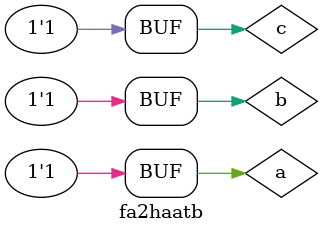
<source format=v>
`timescale 1ns / 1ps


module fa2haatb;

	// Inputs
	reg a;
	reg b;
	reg c;

	// Outputs
	wire Sum;
	wire Carry;

	// Instantiate the Unit Under Test (UUT)
	full_adder uut (
		.a(a), 
		.b(b), 
		.c(c), 
		.Sum(Sum), 
		.Carry(Carry)
	);
initial begin
	    $monitor("simtime=%g,A=%b,B=%b,C=%b,sum=%b,cout=%b",$time,a,b,c,Sum,Carry);
		 end
	initial begin
		// Initialize Inputs
		a = 0;
		b = 0;
		c = 0;

		// Wait 100 ns for global reset to finish
		#100;a=0;b=0;c=1;
		#100;a=0;b=1;c=0;
		#100;a=0;b=1;c=1;
		#100;a=1;b=0;c=0;
		#100;a=1;b=0;c=1;
      #100;a=1;b=1;c=0;
		#100;a=1;b=1;c=1;
        
		// Add stimulus here
        
		// Add stimulus here

	end
      
endmodule


</source>
